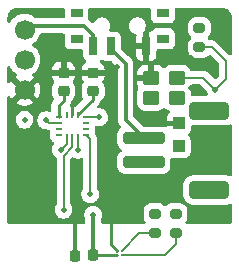
<source format=gtl>
%TF.GenerationSoftware,KiCad,Pcbnew,9.0.3*%
%TF.CreationDate,2025-08-03T21:29:45+01:00*%
%TF.ProjectId,smol-slime-xiao,736d6f6c-2d73-46c6-996d-652d7869616f,1.0*%
%TF.SameCoordinates,Original*%
%TF.FileFunction,Copper,L1,Top*%
%TF.FilePolarity,Positive*%
%FSLAX46Y46*%
G04 Gerber Fmt 4.6, Leading zero omitted, Abs format (unit mm)*
G04 Created by KiCad (PCBNEW 9.0.3) date 2025-08-03 21:29:45*
%MOMM*%
%LPD*%
G01*
G04 APERTURE LIST*
G04 Aperture macros list*
%AMRoundRect*
0 Rectangle with rounded corners*
0 $1 Rounding radius*
0 $2 $3 $4 $5 $6 $7 $8 $9 X,Y pos of 4 corners*
0 Add a 4 corners polygon primitive as box body*
4,1,4,$2,$3,$4,$5,$6,$7,$8,$9,$2,$3,0*
0 Add four circle primitives for the rounded corners*
1,1,$1+$1,$2,$3*
1,1,$1+$1,$4,$5*
1,1,$1+$1,$6,$7*
1,1,$1+$1,$8,$9*
0 Add four rect primitives between the rounded corners*
20,1,$1+$1,$2,$3,$4,$5,0*
20,1,$1+$1,$4,$5,$6,$7,0*
20,1,$1+$1,$6,$7,$8,$9,0*
20,1,$1+$1,$8,$9,$2,$3,0*%
G04 Aperture macros list end*
%TA.AperFunction,SMDPad,CuDef*%
%ADD10RoundRect,0.250000X0.450000X0.350000X-0.450000X0.350000X-0.450000X-0.350000X0.450000X-0.350000X0*%
%TD*%
%TA.AperFunction,SMDPad,CuDef*%
%ADD11RoundRect,0.200000X-0.275000X0.200000X-0.275000X-0.200000X0.275000X-0.200000X0.275000X0.200000X0*%
%TD*%
%TA.AperFunction,SMDPad,CuDef*%
%ADD12RoundRect,0.375000X1.325000X-0.375000X1.325000X0.375000X-1.325000X0.375000X-1.325000X-0.375000X0*%
%TD*%
%TA.AperFunction,SMDPad,CuDef*%
%ADD13RoundRect,0.208333X1.541667X-0.291667X1.541667X0.291667X-1.541667X0.291667X-1.541667X-0.291667X0*%
%TD*%
%TA.AperFunction,SMDPad,CuDef*%
%ADD14C,0.240000*%
%TD*%
%TA.AperFunction,SMDPad,CuDef*%
%ADD15R,1.000000X1.000000*%
%TD*%
%TA.AperFunction,SMDPad,CuDef*%
%ADD16RoundRect,0.225000X-0.225000X-0.250000X0.225000X-0.250000X0.225000X0.250000X-0.225000X0.250000X0*%
%TD*%
%TA.AperFunction,SMDPad,CuDef*%
%ADD17R,0.700000X1.500000*%
%TD*%
%TA.AperFunction,SMDPad,CuDef*%
%ADD18R,1.000000X0.800000*%
%TD*%
%TA.AperFunction,SMDPad,CuDef*%
%ADD19RoundRect,0.225000X-0.250000X0.225000X-0.250000X-0.225000X0.250000X-0.225000X0.250000X0.225000X0*%
%TD*%
%TA.AperFunction,SMDPad,CuDef*%
%ADD20C,1.700000*%
%TD*%
%TA.AperFunction,SMDPad,CuDef*%
%ADD21R,0.475000X0.250000*%
%TD*%
%TA.AperFunction,SMDPad,CuDef*%
%ADD22R,0.250000X0.475000*%
%TD*%
%TA.AperFunction,ViaPad*%
%ADD23C,0.500000*%
%TD*%
%TA.AperFunction,Conductor*%
%ADD24C,0.250000*%
%TD*%
%TA.AperFunction,Conductor*%
%ADD25C,0.300000*%
%TD*%
%TA.AperFunction,Conductor*%
%ADD26C,0.150000*%
%TD*%
G04 APERTURE END LIST*
D10*
%TO.P,U3,1,ED*%
%TO.N,/CLK_CTL*%
X154850000Y-93900000D03*
%TO.P,U3,2,GND*%
%TO.N,GND*%
X152650000Y-93900000D03*
%TO.P,U3,3,Output*%
%TO.N,/IMU_CLKIN*%
X152650000Y-95600000D03*
%TO.P,U3,4,VDD*%
%TO.N,VDD*%
X154850000Y-95600000D03*
%TD*%
D11*
%TO.P,R3,1*%
%TO.N,VDD*%
X156750000Y-89675000D03*
%TO.P,R3,2*%
%TO.N,/CLK_CTL*%
X156750000Y-91325000D03*
%TD*%
D12*
%TO.P,J1,*%
%TO.N,*%
X157600000Y-103400000D03*
X157600000Y-96700000D03*
D13*
%TO.P,J1,1,Pin_1*%
%TO.N,/VBAT*%
X152050000Y-101050000D03*
%TO.P,J1,2,Pin_2*%
%TO.N,Net-(J1-Pin_2)*%
X152050000Y-99050000D03*
%TD*%
D11*
%TO.P,R2,1*%
%TO.N,VDD*%
X153000000Y-105425000D03*
%TO.P,R2,2*%
%TO.N,/I2C_SCL*%
X153000000Y-107075000D03*
%TD*%
D14*
%TO.P,U2,A1,VSS*%
%TO.N,GND*%
X149800000Y-108550000D03*
%TO.P,U2,A2,SCL*%
%TO.N,/I2C_SCL*%
X150200000Y-108550000D03*
%TO.P,U2,B1,VDD*%
%TO.N,VDD*%
X149800000Y-108950000D03*
%TO.P,U2,B2,SDA*%
%TO.N,/I2C_SDA*%
X150200000Y-108950000D03*
%TD*%
D15*
%TO.P,J4,1,Pin_1*%
%TO.N,GND*%
X155000000Y-97781500D03*
%TD*%
%TO.P,J3,1,Pin_1*%
%TO.N,/VBAT*%
X155000000Y-99686500D03*
%TD*%
D16*
%TO.P,C3,1*%
%TO.N,GND*%
X146200000Y-109000000D03*
%TO.P,C3,2*%
%TO.N,VDD*%
X147750000Y-108950000D03*
%TD*%
D11*
%TO.P,R1,1*%
%TO.N,VDD*%
X154750000Y-105425000D03*
%TO.P,R1,2*%
%TO.N,/I2C_SDA*%
X154750000Y-107075000D03*
%TD*%
D17*
%TO.P,SW1,1,A*%
%TO.N,GND*%
X152250000Y-91250000D03*
%TO.P,SW1,2,B*%
%TO.N,Net-(J1-Pin_2)*%
X149250000Y-91250000D03*
%TO.P,SW1,3,C*%
%TO.N,Net-(J2-Pin_1)*%
X147750000Y-91250000D03*
D18*
%TO.P,SW1,SH1*%
%TO.N,N/C*%
X153650000Y-90600000D03*
%TO.P,SW1,SH2*%
X146350000Y-90600000D03*
%TO.P,SW1,SH3*%
X153650000Y-88400000D03*
%TO.P,SW1,SH4*%
X146350000Y-88400000D03*
%TD*%
D19*
%TO.P,C1,1*%
%TO.N,GND*%
X147750000Y-93475000D03*
%TO.P,C1,2*%
%TO.N,VDD*%
X147750000Y-95025000D03*
%TD*%
D20*
%TO.P,J2,1,Pin_1*%
%TO.N,Net-(J2-Pin_1)*%
X141945000Y-89840000D03*
%TO.P,J2,2,Pin_2*%
%TO.N,+5V*%
X141945000Y-92380000D03*
%TO.P,J2,3,Pin_3*%
%TO.N,GND*%
X141945000Y-94920000D03*
%TD*%
D19*
%TO.P,C2,1*%
%TO.N,GND*%
X145250000Y-93475000D03*
%TO.P,C2,2*%
%TO.N,VDD*%
X145250000Y-95025000D03*
%TD*%
D21*
%TO.P,U1,1,AP_SDO/AP_AD0*%
%TO.N,/SPI_MISO*%
X147162500Y-98750000D03*
%TO.P,U1,2,RESV/AUX1_SDIO/AUX1_SDI/MAS_DA*%
%TO.N,unconnected-(U1-RESV{slash}AUX1_SDIO{slash}AUX1_SDI{slash}MAS_DA-Pad2)*%
X147162500Y-98250000D03*
%TO.P,U1,3,RESV/AUX1_SCLK/MAS_CLK*%
%TO.N,unconnected-(U1-RESV{slash}AUX1_SCLK{slash}MAS_CLK-Pad3)*%
X147162500Y-97750000D03*
%TO.P,U1,4,INT1/INT*%
%TO.N,/IMU_INT*%
X147162500Y-97250000D03*
D22*
%TO.P,U1,5,VDDIO*%
%TO.N,VDD*%
X146500000Y-97087500D03*
%TO.P,U1,6,GND*%
%TO.N,GND*%
X146000000Y-97087500D03*
%TO.P,U1,7,RESV*%
%TO.N,unconnected-(U1-RESV-Pad7)*%
X145500000Y-97087500D03*
D21*
%TO.P,U1,8,VDD*%
%TO.N,VDD*%
X144837500Y-97250000D03*
%TO.P,U1,9,INT2/FSYNC/CLKIN*%
%TO.N,/IMU_CLKIN*%
X144837500Y-97750000D03*
%TO.P,U1,10,RESV/AUX1_CS*%
%TO.N,unconnected-(U1-RESV{slash}AUX1_CS-Pad10)*%
X144837500Y-98250000D03*
%TO.P,U1,11,RESV/AUX1_SDO*%
%TO.N,unconnected-(U1-RESV{slash}AUX1_SDO-Pad11)*%
X144837500Y-98750000D03*
D22*
%TO.P,U1,12,AP_CS*%
%TO.N,/SPI_CS_IMU*%
X145500000Y-98912500D03*
%TO.P,U1,13,AP_SCL/AP_SCLK*%
%TO.N,/SPI_SCK*%
X146000000Y-98912500D03*
%TO.P,U1,14,AP_SDA/AP_SDIO/AP_SDI*%
%TO.N,/SPI_MOSI*%
X146500000Y-98912500D03*
%TD*%
D23*
%TO.N,GND*%
X149750000Y-93000000D03*
X149500000Y-97250000D03*
X143500000Y-90500000D03*
X156000000Y-102000000D03*
X147750000Y-88500000D03*
X149000000Y-98750000D03*
X146500000Y-93500000D03*
X155000000Y-97781500D03*
X156000000Y-92250000D03*
X146500000Y-92000000D03*
X146200000Y-105500000D03*
X145250000Y-93475000D03*
X141000000Y-88500000D03*
X151000000Y-105500000D03*
X155000000Y-88500000D03*
X153750000Y-92250000D03*
X156000000Y-105500000D03*
X144250000Y-105750000D03*
X154750000Y-101000000D03*
X153000000Y-103750000D03*
X149000000Y-101500000D03*
X145000000Y-92000000D03*
X143250000Y-88500000D03*
X145000000Y-90500000D03*
X141945000Y-94920000D03*
X159000000Y-88500000D03*
X143750000Y-103750000D03*
X146500000Y-101500000D03*
X156750000Y-88500000D03*
X150000000Y-88500000D03*
X144000000Y-100000000D03*
X152250000Y-88500000D03*
X152650000Y-93900000D03*
X156000000Y-94750000D03*
X151750000Y-97500000D03*
X145000000Y-88500000D03*
X149250000Y-105500000D03*
%TO.N,/I2C_SDA*%
X154750000Y-107075000D03*
%TO.N,/I2C_SCL*%
X153000000Y-107075000D03*
%TO.N,/CLK_CTL*%
X158110000Y-94920000D03*
%TO.N,VDD*%
X145250000Y-95025000D03*
X147750000Y-95025000D03*
X156750000Y-89675000D03*
X153000000Y-105425000D03*
X154850000Y-95600000D03*
X141945000Y-97460000D03*
X154750000Y-105425000D03*
X147750000Y-105500000D03*
%TO.N,/IMU_CLKIN*%
X152650000Y-95600000D03*
X143770000Y-97500000D03*
%TO.N,/SPI_MISO*%
X147500000Y-103750000D03*
%TO.N,/IMU_INT*%
X148250000Y-97250000D03*
%TO.N,/SPI_CS_IMU*%
X145000000Y-100000000D03*
%TO.N,/SPI_SCK*%
X145250000Y-105080000D03*
%TO.N,/SPI_MOSI*%
X146500000Y-100000000D03*
%TO.N,+5V*%
X141945000Y-92380000D03*
%TO.N,/VBAT*%
X155000000Y-99686500D03*
X152050000Y-101050000D03*
%TD*%
D24*
%TO.N,GND*%
X146000000Y-97087500D02*
X146000000Y-96250000D01*
X149800000Y-108550000D02*
X149250000Y-108000000D01*
D25*
X146200000Y-109000000D02*
X146200000Y-105500000D01*
D24*
X146500000Y-95750000D02*
X146500000Y-93500000D01*
D26*
X146000000Y-97087500D02*
X146006000Y-97081500D01*
D24*
X146000000Y-96250000D02*
X146500000Y-95750000D01*
X149250000Y-108000000D02*
X149250000Y-105500000D01*
D25*
X146200000Y-105550000D02*
X146250000Y-105500000D01*
D26*
%TO.N,/I2C_SDA*%
X154750000Y-108000000D02*
X154750000Y-107075000D01*
X150200000Y-108950000D02*
X153800000Y-108950000D01*
X153800000Y-108950000D02*
X154750000Y-108000000D01*
%TO.N,/I2C_SCL*%
X153000000Y-107075000D02*
X151675000Y-107075000D01*
X151675000Y-107075000D02*
X150200000Y-108550000D01*
%TO.N,/CLK_CTL*%
X157825000Y-91325000D02*
X159000000Y-92500000D01*
X154850000Y-93900000D02*
X157090000Y-93900000D01*
X156750000Y-91325000D02*
X157825000Y-91325000D01*
X159000000Y-94030000D02*
X158110000Y-94920000D01*
X157090000Y-93900000D02*
X158110000Y-94920000D01*
X159000000Y-92500000D02*
X159000000Y-94030000D01*
D25*
%TO.N,VDD*%
X147750000Y-105500000D02*
X147750000Y-108950000D01*
D24*
X145250000Y-95025000D02*
X145250000Y-95837500D01*
X147750000Y-95750000D02*
X146500000Y-97000000D01*
D26*
X146500000Y-97087500D02*
X146512000Y-97075500D01*
D24*
X146500000Y-97000000D02*
X146500000Y-97087500D01*
X144837500Y-96250000D02*
X144837500Y-97250000D01*
X145250000Y-95837500D02*
X144837500Y-96250000D01*
X147750000Y-95025000D02*
X147750000Y-95750000D01*
X149800000Y-108950000D02*
X147750000Y-108950000D01*
D26*
%TO.N,/IMU_CLKIN*%
X144020000Y-97750000D02*
X144837500Y-97750000D01*
X143770000Y-97500000D02*
X144020000Y-97750000D01*
%TO.N,/SPI_MISO*%
X147500000Y-99087500D02*
X147162500Y-98750000D01*
X147500000Y-103750000D02*
X147500000Y-99087500D01*
%TO.N,/IMU_INT*%
X147162500Y-97250000D02*
X148250000Y-97250000D01*
%TO.N,/SPI_CS_IMU*%
X145500000Y-99500000D02*
X145000000Y-100000000D01*
X145500000Y-98912500D02*
X145500000Y-99500000D01*
%TO.N,/SPI_SCK*%
X146000000Y-99750000D02*
X145250000Y-100500000D01*
X146000000Y-98912500D02*
X145994000Y-98918500D01*
X145250000Y-100500000D02*
X145250000Y-105080000D01*
X146000000Y-98912500D02*
X146000000Y-99750000D01*
%TO.N,/SPI_MOSI*%
X146500000Y-98912500D02*
X146500000Y-100000000D01*
D25*
%TO.N,Net-(J1-Pin_2)*%
X150500000Y-92750000D02*
X150500000Y-97500000D01*
X150500000Y-97500000D02*
X152050000Y-99050000D01*
X149250000Y-91500000D02*
X150500000Y-92750000D01*
%TO.N,Net-(J2-Pin_1)*%
X147750000Y-90250000D02*
X147000000Y-89500000D01*
X147750000Y-91500000D02*
X147750000Y-90250000D01*
X142285000Y-89500000D02*
X141945000Y-89840000D01*
X147000000Y-89500000D02*
X142285000Y-89500000D01*
%TD*%
%TA.AperFunction,Conductor*%
%TO.N,GND*%
G36*
X145292539Y-90170185D02*
G01*
X145338294Y-90222989D01*
X145349500Y-90274500D01*
X145349500Y-91047870D01*
X145349501Y-91047876D01*
X145355908Y-91107483D01*
X145406202Y-91242328D01*
X145406206Y-91242335D01*
X145492452Y-91357544D01*
X145492455Y-91357547D01*
X145607664Y-91443793D01*
X145607671Y-91443797D01*
X145742517Y-91494091D01*
X145742516Y-91494091D01*
X145749444Y-91494835D01*
X145802127Y-91500500D01*
X146775500Y-91500499D01*
X146842539Y-91520183D01*
X146888294Y-91572987D01*
X146899500Y-91624499D01*
X146899500Y-92047870D01*
X146899501Y-92047876D01*
X146905908Y-92107483D01*
X146956202Y-92242328D01*
X146956206Y-92242335D01*
X147042451Y-92357543D01*
X147042454Y-92357546D01*
X147133070Y-92425382D01*
X147174941Y-92481316D01*
X147179925Y-92551007D01*
X147146439Y-92612330D01*
X147123856Y-92630186D01*
X147047271Y-92677424D01*
X147047267Y-92677427D01*
X146927427Y-92797267D01*
X146927424Y-92797271D01*
X146838457Y-92941507D01*
X146838452Y-92941518D01*
X146785144Y-93102393D01*
X146775000Y-93201677D01*
X146775000Y-93225000D01*
X148724999Y-93225000D01*
X148724999Y-93201692D01*
X148724998Y-93201677D01*
X148714855Y-93102392D01*
X148661547Y-92941518D01*
X148661542Y-92941507D01*
X148572575Y-92797271D01*
X148572572Y-92797267D01*
X148452732Y-92677427D01*
X148452728Y-92677424D01*
X148376144Y-92630186D01*
X148354893Y-92606559D01*
X148332409Y-92584076D01*
X148331687Y-92580760D01*
X148329419Y-92578238D01*
X148324314Y-92546865D01*
X148317557Y-92515803D01*
X148318742Y-92512623D01*
X148318198Y-92509276D01*
X148330861Y-92480129D01*
X148341973Y-92450338D01*
X148345214Y-92447096D01*
X148346041Y-92445194D01*
X148366930Y-92425381D01*
X148425689Y-92381394D01*
X148491153Y-92356977D01*
X148559426Y-92371828D01*
X148574311Y-92381394D01*
X148657669Y-92443796D01*
X148657671Y-92443797D01*
X148675209Y-92450338D01*
X148792517Y-92494091D01*
X148852127Y-92500500D01*
X149279191Y-92500499D01*
X149346230Y-92520183D01*
X149366872Y-92536818D01*
X149813181Y-92983127D01*
X149846666Y-93044450D01*
X149849500Y-93070808D01*
X149849500Y-97564069D01*
X149849500Y-97564071D01*
X149849499Y-97564071D01*
X149867687Y-97655500D01*
X149869179Y-97663000D01*
X149874499Y-97689744D01*
X149923535Y-97808127D01*
X149986018Y-97901641D01*
X149994726Y-97914673D01*
X150085897Y-98005844D01*
X150119382Y-98067167D01*
X150114398Y-98136859D01*
X150073628Y-98191319D01*
X150073872Y-98191631D01*
X150072718Y-98192534D01*
X150072526Y-98192792D01*
X150071546Y-98193452D01*
X150067967Y-98196256D01*
X149946253Y-98317970D01*
X149946250Y-98317974D01*
X149857201Y-98465280D01*
X149857199Y-98465284D01*
X149805990Y-98629622D01*
X149799500Y-98701045D01*
X149799500Y-99398964D01*
X149805988Y-99470369D01*
X149805990Y-99470376D01*
X149857199Y-99634715D01*
X149857201Y-99634719D01*
X149946250Y-99782025D01*
X149946253Y-99782029D01*
X150067970Y-99903746D01*
X150134364Y-99943883D01*
X150181552Y-99995411D01*
X150193390Y-100064271D01*
X150166121Y-100128599D01*
X150134364Y-100156117D01*
X150067971Y-100196253D01*
X150067970Y-100196253D01*
X149946253Y-100317970D01*
X149946250Y-100317974D01*
X149857201Y-100465280D01*
X149857199Y-100465284D01*
X149805990Y-100629622D01*
X149799500Y-100701045D01*
X149799500Y-101398964D01*
X149805988Y-101470369D01*
X149805990Y-101470376D01*
X149857199Y-101634715D01*
X149857201Y-101634719D01*
X149946250Y-101782025D01*
X149946253Y-101782029D01*
X150067970Y-101903746D01*
X150067974Y-101903749D01*
X150215280Y-101992798D01*
X150215284Y-101992800D01*
X150273414Y-102010913D01*
X150379624Y-102044010D01*
X150451043Y-102050500D01*
X153648956Y-102050499D01*
X153648963Y-102050499D01*
X153720369Y-102044011D01*
X153720370Y-102044010D01*
X153720376Y-102044010D01*
X153884718Y-101992799D01*
X154032028Y-101903747D01*
X154153747Y-101782028D01*
X154242799Y-101634718D01*
X154294010Y-101470376D01*
X154300500Y-101398957D01*
X154300499Y-100808742D01*
X154320183Y-100741704D01*
X154372987Y-100695949D01*
X154437755Y-100685454D01*
X154452127Y-100687000D01*
X155547872Y-100686999D01*
X155607483Y-100680591D01*
X155742331Y-100630296D01*
X155857546Y-100544046D01*
X155943796Y-100428831D01*
X155994091Y-100293983D01*
X156000500Y-100234373D01*
X156000499Y-99138628D01*
X155994091Y-99079017D01*
X155968996Y-99011735D01*
X155943797Y-98944171D01*
X155943793Y-98944164D01*
X155857547Y-98828955D01*
X155851275Y-98822683D01*
X155853517Y-98820440D01*
X155821011Y-98777000D01*
X155816038Y-98707308D01*
X155849534Y-98645991D01*
X155852166Y-98643711D01*
X155857190Y-98638687D01*
X155943350Y-98523593D01*
X155943354Y-98523586D01*
X155993596Y-98388879D01*
X155993598Y-98388872D01*
X155999999Y-98329344D01*
X156000000Y-98329327D01*
X156000000Y-98067390D01*
X156019685Y-98000351D01*
X156072489Y-97954596D01*
X156141647Y-97944652D01*
X156153907Y-97947052D01*
X156156111Y-97947600D01*
X156198877Y-97950500D01*
X159001122Y-97950499D01*
X159043889Y-97947600D01*
X159228693Y-97901641D01*
X159320405Y-97856155D01*
X159389210Y-97844004D01*
X159453662Y-97870981D01*
X159493298Y-97928520D01*
X159499500Y-97967244D01*
X159499500Y-102132755D01*
X159479815Y-102199794D01*
X159427011Y-102245549D01*
X159357853Y-102255493D01*
X159320406Y-102243844D01*
X159228693Y-102198359D01*
X159043892Y-102152400D01*
X159022506Y-102150950D01*
X159001123Y-102149500D01*
X159001120Y-102149500D01*
X156198877Y-102149500D01*
X156198874Y-102149501D01*
X156156113Y-102152399D01*
X156156112Y-102152399D01*
X155971303Y-102198360D01*
X155800707Y-102282967D01*
X155800704Y-102282969D01*
X155652278Y-102402277D01*
X155652277Y-102402278D01*
X155532969Y-102550704D01*
X155532967Y-102550707D01*
X155448360Y-102721302D01*
X155402400Y-102906107D01*
X155399500Y-102948879D01*
X155399500Y-103851122D01*
X155399501Y-103851125D01*
X155402399Y-103893886D01*
X155402399Y-103893887D01*
X155448360Y-104078696D01*
X155532967Y-104249292D01*
X155532969Y-104249295D01*
X155652277Y-104397721D01*
X155652278Y-104397722D01*
X155800704Y-104517030D01*
X155800707Y-104517032D01*
X155971302Y-104601639D01*
X155971303Y-104601639D01*
X155971307Y-104601641D01*
X156156111Y-104647600D01*
X156198877Y-104650500D01*
X159001122Y-104650499D01*
X159043889Y-104647600D01*
X159228693Y-104601641D01*
X159320405Y-104556155D01*
X159389210Y-104544004D01*
X159453662Y-104570981D01*
X159493298Y-104628520D01*
X159499500Y-104667244D01*
X159499500Y-106126000D01*
X159479815Y-106193039D01*
X159427011Y-106238794D01*
X159375500Y-106250000D01*
X155685582Y-106250000D01*
X155618543Y-106230315D01*
X155572788Y-106177511D01*
X155562844Y-106108353D01*
X155579465Y-106061850D01*
X155580472Y-106060185D01*
X155668478Y-105914606D01*
X155719086Y-105752196D01*
X155725500Y-105681616D01*
X155725500Y-105168384D01*
X155719086Y-105097804D01*
X155668478Y-104935394D01*
X155580472Y-104789815D01*
X155580470Y-104789813D01*
X155580469Y-104789811D01*
X155460188Y-104669530D01*
X155428705Y-104650498D01*
X155314606Y-104581522D01*
X155152196Y-104530914D01*
X155152194Y-104530913D01*
X155152192Y-104530913D01*
X155102778Y-104526423D01*
X155081616Y-104524500D01*
X154418384Y-104524500D01*
X154399145Y-104526248D01*
X154347807Y-104530913D01*
X154185393Y-104581522D01*
X154039811Y-104669530D01*
X154039810Y-104669531D01*
X153962681Y-104746661D01*
X153901358Y-104780146D01*
X153831666Y-104775162D01*
X153787319Y-104746661D01*
X153710188Y-104669530D01*
X153678705Y-104650498D01*
X153564606Y-104581522D01*
X153402196Y-104530914D01*
X153402194Y-104530913D01*
X153402192Y-104530913D01*
X153352778Y-104526423D01*
X153331616Y-104524500D01*
X152668384Y-104524500D01*
X152649145Y-104526248D01*
X152597807Y-104530913D01*
X152435393Y-104581522D01*
X152289811Y-104669530D01*
X152169530Y-104789811D01*
X152081522Y-104935393D01*
X152030913Y-105097807D01*
X152024500Y-105168386D01*
X152024500Y-105681613D01*
X152030913Y-105752192D01*
X152081522Y-105914606D01*
X152170535Y-106061850D01*
X152188371Y-106129405D01*
X152166853Y-106195878D01*
X152112813Y-106240166D01*
X152064418Y-106250000D01*
X148524500Y-106250000D01*
X148515814Y-106247449D01*
X148506853Y-106248738D01*
X148482812Y-106237759D01*
X148457461Y-106230315D01*
X148451533Y-106223474D01*
X148443297Y-106219713D01*
X148429007Y-106197478D01*
X148411706Y-106177511D01*
X148409418Y-106166996D01*
X148405523Y-106160935D01*
X148400500Y-106126000D01*
X148400500Y-105913840D01*
X148413616Y-105861481D01*
X148412753Y-105861124D01*
X148460816Y-105745087D01*
X148471658Y-105718913D01*
X148500500Y-105573918D01*
X148500500Y-105426082D01*
X148500500Y-105426079D01*
X148471659Y-105281092D01*
X148471658Y-105281091D01*
X148471658Y-105281087D01*
X148418983Y-105153918D01*
X148415087Y-105144511D01*
X148415080Y-105144498D01*
X148332951Y-105021584D01*
X148332948Y-105021580D01*
X148228419Y-104917051D01*
X148228415Y-104917048D01*
X148105501Y-104834919D01*
X148105488Y-104834912D01*
X147968917Y-104778343D01*
X147968907Y-104778340D01*
X147823920Y-104749500D01*
X147823918Y-104749500D01*
X147676082Y-104749500D01*
X147676080Y-104749500D01*
X147531092Y-104778340D01*
X147531082Y-104778343D01*
X147394511Y-104834912D01*
X147394498Y-104834919D01*
X147271584Y-104917048D01*
X147271580Y-104917051D01*
X147167051Y-105021580D01*
X147167048Y-105021584D01*
X147084919Y-105144498D01*
X147084912Y-105144511D01*
X147028343Y-105281082D01*
X147028340Y-105281092D01*
X146999500Y-105426079D01*
X146999500Y-105426082D01*
X146999500Y-105573918D01*
X146999500Y-105573920D01*
X146999499Y-105573920D01*
X147028340Y-105718907D01*
X147028343Y-105718917D01*
X147087247Y-105861124D01*
X147086383Y-105861481D01*
X147088366Y-105869396D01*
X147094477Y-105878905D01*
X147099500Y-105913840D01*
X147099500Y-106126000D01*
X147079815Y-106193039D01*
X147027011Y-106238794D01*
X146975500Y-106250000D01*
X140624500Y-106250000D01*
X140557461Y-106230315D01*
X140511706Y-106177511D01*
X140500500Y-106126000D01*
X140500500Y-97533920D01*
X141194499Y-97533920D01*
X141223340Y-97678907D01*
X141223343Y-97678917D01*
X141279912Y-97815488D01*
X141279919Y-97815501D01*
X141362048Y-97938415D01*
X141362051Y-97938419D01*
X141466580Y-98042948D01*
X141466584Y-98042951D01*
X141589498Y-98125080D01*
X141589511Y-98125087D01*
X141726082Y-98181656D01*
X141726087Y-98181658D01*
X141726091Y-98181658D01*
X141726092Y-98181659D01*
X141871079Y-98210500D01*
X141871082Y-98210500D01*
X142018920Y-98210500D01*
X142116462Y-98191096D01*
X142163913Y-98181658D01*
X142300495Y-98125084D01*
X142423416Y-98042951D01*
X142527951Y-97938416D01*
X142610084Y-97815495D01*
X142666658Y-97678913D01*
X142681262Y-97605495D01*
X142687543Y-97573920D01*
X143019499Y-97573920D01*
X143048340Y-97718907D01*
X143048343Y-97718917D01*
X143104912Y-97855488D01*
X143104919Y-97855501D01*
X143187048Y-97978415D01*
X143187051Y-97978419D01*
X143291580Y-98082948D01*
X143291584Y-98082951D01*
X143414498Y-98165080D01*
X143414511Y-98165087D01*
X143524149Y-98210500D01*
X143551087Y-98221658D01*
X143551091Y-98221658D01*
X143551092Y-98221659D01*
X143696079Y-98250500D01*
X143696082Y-98250500D01*
X143702665Y-98250500D01*
X143764666Y-98267114D01*
X143797859Y-98286278D01*
X143797860Y-98286278D01*
X143797865Y-98286281D01*
X143944233Y-98325500D01*
X143944234Y-98325500D01*
X143977649Y-98325500D01*
X143979852Y-98326147D01*
X143982079Y-98325579D01*
X144013219Y-98335944D01*
X144044688Y-98345185D01*
X144046191Y-98346920D01*
X144048372Y-98347646D01*
X144068969Y-98373207D01*
X144090443Y-98397989D01*
X144091219Y-98400819D01*
X144092212Y-98402051D01*
X144100939Y-98436249D01*
X144106367Y-98486752D01*
X144106367Y-98513257D01*
X144105909Y-98517516D01*
X144105909Y-98517517D01*
X144099500Y-98577127D01*
X144099500Y-98577132D01*
X144099500Y-98577133D01*
X144099500Y-98922869D01*
X144099501Y-98922876D01*
X144105908Y-98982483D01*
X144156202Y-99117328D01*
X144156206Y-99117335D01*
X144242452Y-99232544D01*
X144242455Y-99232547D01*
X144357664Y-99318793D01*
X144357671Y-99318797D01*
X144367910Y-99322616D01*
X144423844Y-99364487D01*
X144448261Y-99429951D01*
X144433410Y-99498224D01*
X144420433Y-99517459D01*
X144417051Y-99521579D01*
X144334919Y-99644498D01*
X144334912Y-99644511D01*
X144278343Y-99781082D01*
X144278340Y-99781092D01*
X144249500Y-99926079D01*
X144249500Y-99926082D01*
X144249500Y-100073918D01*
X144249500Y-100073920D01*
X144249499Y-100073920D01*
X144278340Y-100218907D01*
X144278343Y-100218917D01*
X144334912Y-100355488D01*
X144334919Y-100355501D01*
X144417048Y-100478415D01*
X144417051Y-100478419D01*
X144521581Y-100582949D01*
X144521584Y-100582951D01*
X144619391Y-100648303D01*
X144664196Y-100701914D01*
X144674500Y-100751405D01*
X144674500Y-104552817D01*
X144654815Y-104619856D01*
X144653602Y-104621708D01*
X144584919Y-104724498D01*
X144584912Y-104724511D01*
X144528343Y-104861082D01*
X144528340Y-104861092D01*
X144499500Y-105006079D01*
X144499500Y-105006082D01*
X144499500Y-105153918D01*
X144499500Y-105153920D01*
X144499499Y-105153920D01*
X144528340Y-105298907D01*
X144528343Y-105298917D01*
X144584912Y-105435488D01*
X144584919Y-105435501D01*
X144667048Y-105558415D01*
X144667051Y-105558419D01*
X144771580Y-105662948D01*
X144771584Y-105662951D01*
X144894498Y-105745080D01*
X144894511Y-105745087D01*
X145031082Y-105801656D01*
X145031087Y-105801658D01*
X145031091Y-105801658D01*
X145031092Y-105801659D01*
X145176079Y-105830500D01*
X145176082Y-105830500D01*
X145323920Y-105830500D01*
X145421462Y-105811096D01*
X145468913Y-105801658D01*
X145605495Y-105745084D01*
X145728416Y-105662951D01*
X145832951Y-105558416D01*
X145915084Y-105435495D01*
X145971658Y-105298913D01*
X145997622Y-105168386D01*
X146000500Y-105153920D01*
X146000500Y-105006079D01*
X145971659Y-104861092D01*
X145971658Y-104861091D01*
X145971658Y-104861087D01*
X145960816Y-104834912D01*
X145915087Y-104724511D01*
X145915080Y-104724498D01*
X145846398Y-104621708D01*
X145825520Y-104555030D01*
X145825500Y-104552817D01*
X145825500Y-100789741D01*
X145834143Y-100760304D01*
X145840667Y-100730315D01*
X145844422Y-100725297D01*
X145845185Y-100722702D01*
X145861813Y-100702065D01*
X145925257Y-100638621D01*
X145986576Y-100605139D01*
X146056268Y-100610123D01*
X146081820Y-100623199D01*
X146144505Y-100665084D01*
X146144507Y-100665085D01*
X146144511Y-100665087D01*
X146233773Y-100702060D01*
X146281087Y-100721658D01*
X146281091Y-100721658D01*
X146281092Y-100721659D01*
X146426079Y-100750500D01*
X146426082Y-100750500D01*
X146573920Y-100750500D01*
X146675392Y-100730315D01*
X146718913Y-100721658D01*
X146753047Y-100707518D01*
X146822516Y-100700050D01*
X146884996Y-100731325D01*
X146920648Y-100791414D01*
X146924500Y-100822080D01*
X146924500Y-103222817D01*
X146904815Y-103289856D01*
X146903602Y-103291708D01*
X146834919Y-103394498D01*
X146834912Y-103394511D01*
X146778343Y-103531082D01*
X146778340Y-103531092D01*
X146749500Y-103676079D01*
X146749500Y-103676082D01*
X146749500Y-103823918D01*
X146749500Y-103823920D01*
X146749499Y-103823920D01*
X146778340Y-103968907D01*
X146778343Y-103968917D01*
X146834912Y-104105488D01*
X146834919Y-104105501D01*
X146917048Y-104228415D01*
X146917051Y-104228419D01*
X147021580Y-104332948D01*
X147021584Y-104332951D01*
X147144498Y-104415080D01*
X147144511Y-104415087D01*
X147281082Y-104471656D01*
X147281087Y-104471658D01*
X147281091Y-104471658D01*
X147281092Y-104471659D01*
X147426079Y-104500500D01*
X147426082Y-104500500D01*
X147573920Y-104500500D01*
X147671462Y-104481096D01*
X147718913Y-104471658D01*
X147855495Y-104415084D01*
X147978416Y-104332951D01*
X148082951Y-104228416D01*
X148165084Y-104105495D01*
X148221658Y-103968913D01*
X148250500Y-103823918D01*
X148250500Y-103676082D01*
X148250500Y-103676079D01*
X148221659Y-103531092D01*
X148221658Y-103531091D01*
X148221658Y-103531087D01*
X148221656Y-103531082D01*
X148165087Y-103394511D01*
X148165080Y-103394498D01*
X148096398Y-103291708D01*
X148075520Y-103225030D01*
X148075500Y-103222817D01*
X148075500Y-99011735D01*
X148075500Y-99011734D01*
X148067662Y-98982483D01*
X148036281Y-98865365D01*
X147960515Y-98734135D01*
X147936818Y-98710438D01*
X147923875Y-98686735D01*
X147907900Y-98664955D01*
X147905968Y-98653941D01*
X147903333Y-98649115D01*
X147900735Y-98630396D01*
X147900499Y-98626572D01*
X147900499Y-98577128D01*
X147894091Y-98517517D01*
X147893703Y-98516478D01*
X147893158Y-98507639D01*
X147893632Y-98505557D01*
X147893632Y-98486745D01*
X147894089Y-98482486D01*
X147894091Y-98482483D01*
X147900500Y-98422873D01*
X147900499Y-98096776D01*
X147920183Y-98029738D01*
X147972987Y-97983983D01*
X148042146Y-97974039D01*
X148048691Y-97975160D01*
X148176079Y-98000500D01*
X148176082Y-98000500D01*
X148323920Y-98000500D01*
X148434944Y-97978415D01*
X148468913Y-97971658D01*
X148586691Y-97922873D01*
X148605488Y-97915087D01*
X148605488Y-97915086D01*
X148605495Y-97915084D01*
X148728416Y-97832951D01*
X148832951Y-97728416D01*
X148915084Y-97605495D01*
X148971658Y-97468913D01*
X149000500Y-97323918D01*
X149000500Y-97176082D01*
X149000500Y-97176079D01*
X148971659Y-97031092D01*
X148971658Y-97031091D01*
X148971658Y-97031087D01*
X148951152Y-96981580D01*
X148915087Y-96894511D01*
X148915080Y-96894498D01*
X148832951Y-96771584D01*
X148832948Y-96771580D01*
X148728419Y-96667051D01*
X148728415Y-96667048D01*
X148605501Y-96584919D01*
X148605488Y-96584912D01*
X148468917Y-96528343D01*
X148468907Y-96528340D01*
X148323920Y-96499500D01*
X148323918Y-96499500D01*
X148184451Y-96499500D01*
X148163205Y-96493261D01*
X148141119Y-96491682D01*
X148130335Y-96483609D01*
X148117412Y-96479815D01*
X148102913Y-96463082D01*
X148085185Y-96449812D01*
X148080477Y-96437189D01*
X148071657Y-96427011D01*
X148068505Y-96405094D01*
X148060767Y-96384347D01*
X148063629Y-96371185D01*
X148061713Y-96357853D01*
X148070911Y-96337711D01*
X148075618Y-96316074D01*
X148088888Y-96298347D01*
X148090738Y-96294297D01*
X148096769Y-96287820D01*
X148115258Y-96269331D01*
X148148729Y-96235860D01*
X148148733Y-96235858D01*
X148235858Y-96148733D01*
X148287256Y-96071809D01*
X148304312Y-96046285D01*
X148351463Y-95932451D01*
X148354281Y-95918280D01*
X148360033Y-95905469D01*
X148373978Y-95889164D01*
X148383920Y-95870155D01*
X148404218Y-95853807D01*
X148405447Y-95852371D01*
X148406332Y-95852104D01*
X148408057Y-95850715D01*
X148453044Y-95822968D01*
X148572968Y-95703044D01*
X148662003Y-95558697D01*
X148715349Y-95397708D01*
X148725500Y-95298345D01*
X148725499Y-94751656D01*
X148725095Y-94747704D01*
X148715349Y-94652292D01*
X148715348Y-94652289D01*
X148687892Y-94569432D01*
X148662003Y-94491303D01*
X148661999Y-94491297D01*
X148661998Y-94491294D01*
X148572970Y-94346959D01*
X148572967Y-94346955D01*
X148563339Y-94337327D01*
X148529854Y-94276004D01*
X148534838Y-94206312D01*
X148563345Y-94161959D01*
X148572573Y-94152731D01*
X148661542Y-94008492D01*
X148661547Y-94008481D01*
X148714855Y-93847606D01*
X148724999Y-93748322D01*
X148725000Y-93748309D01*
X148725000Y-93725000D01*
X146775001Y-93725000D01*
X146775001Y-93748322D01*
X146785144Y-93847607D01*
X146838452Y-94008481D01*
X146838457Y-94008492D01*
X146927424Y-94152728D01*
X146927427Y-94152732D01*
X146936660Y-94161965D01*
X146970145Y-94223288D01*
X146965161Y-94292980D01*
X146936663Y-94337324D01*
X146927033Y-94346953D01*
X146927029Y-94346959D01*
X146838001Y-94491294D01*
X146837996Y-94491305D01*
X146784651Y-94652290D01*
X146774500Y-94751647D01*
X146774500Y-95298337D01*
X146774501Y-95298355D01*
X146784650Y-95397707D01*
X146784651Y-95397710D01*
X146837996Y-95558694D01*
X146838000Y-95558703D01*
X146869964Y-95610525D01*
X146888404Y-95677918D01*
X146867481Y-95744581D01*
X146852106Y-95763302D01*
X146298372Y-96317036D01*
X146272481Y-96336863D01*
X146187265Y-96385840D01*
X146132669Y-96406204D01*
X146069303Y-96453639D01*
X146062790Y-96457383D01*
X146038676Y-96463183D01*
X146008879Y-96474306D01*
X146000238Y-96472428D01*
X145994858Y-96473723D01*
X145976059Y-96467175D01*
X145940602Y-96459472D01*
X145925664Y-96449872D01*
X145924664Y-96449123D01*
X145882807Y-96393178D01*
X145875027Y-96350027D01*
X145868004Y-96343004D01*
X145824790Y-96330315D01*
X145779035Y-96277511D01*
X145769091Y-96208353D01*
X145779974Y-96172479D01*
X145783799Y-96164483D01*
X145794324Y-96148733D01*
X145804312Y-96133786D01*
X145840555Y-96046285D01*
X145851463Y-96019952D01*
X145868867Y-95932452D01*
X145871380Y-95919819D01*
X145903767Y-95857909D01*
X145927897Y-95838478D01*
X145953044Y-95822968D01*
X146072968Y-95703044D01*
X146162003Y-95558697D01*
X146215349Y-95397708D01*
X146225500Y-95298345D01*
X146225499Y-94751656D01*
X146225095Y-94747704D01*
X146215349Y-94652292D01*
X146215348Y-94652289D01*
X146187892Y-94569432D01*
X146162003Y-94491303D01*
X146161999Y-94491297D01*
X146161998Y-94491294D01*
X146072970Y-94346959D01*
X146072967Y-94346955D01*
X146063339Y-94337327D01*
X146029854Y-94276004D01*
X146034838Y-94206312D01*
X146063345Y-94161959D01*
X146072573Y-94152731D01*
X146161542Y-94008492D01*
X146161547Y-94008481D01*
X146214855Y-93847606D01*
X146224999Y-93748322D01*
X146225000Y-93748309D01*
X146225000Y-93725000D01*
X144275001Y-93725000D01*
X144275001Y-93748322D01*
X144285144Y-93847607D01*
X144338452Y-94008481D01*
X144338457Y-94008492D01*
X144427424Y-94152728D01*
X144427427Y-94152732D01*
X144436660Y-94161965D01*
X144470145Y-94223288D01*
X144465161Y-94292980D01*
X144436663Y-94337324D01*
X144427033Y-94346953D01*
X144427029Y-94346959D01*
X144338001Y-94491294D01*
X144337996Y-94491305D01*
X144284651Y-94652290D01*
X144274500Y-94751647D01*
X144274500Y-95298337D01*
X144274501Y-95298355D01*
X144284650Y-95397707D01*
X144284651Y-95397710D01*
X144337996Y-95558694D01*
X144337998Y-95558699D01*
X144403345Y-95664642D01*
X144409487Y-95687091D01*
X144419870Y-95707915D01*
X144418534Y-95720155D01*
X144421785Y-95732035D01*
X144414815Y-95754239D01*
X144412292Y-95777373D01*
X144403372Y-95790698D01*
X144400862Y-95798698D01*
X144394235Y-95807698D01*
X144390115Y-95812793D01*
X144351642Y-95851267D01*
X144319677Y-95899106D01*
X144316546Y-95903790D01*
X144316544Y-95903794D01*
X144283187Y-95953715D01*
X144283185Y-95953718D01*
X144236040Y-96067538D01*
X144236037Y-96067547D01*
X144224716Y-96124461D01*
X144215442Y-96171095D01*
X144213085Y-96182943D01*
X144213083Y-96182951D01*
X144212001Y-96188388D01*
X144212000Y-96188399D01*
X144212000Y-96685168D01*
X144192315Y-96752207D01*
X144139511Y-96797962D01*
X144070353Y-96807906D01*
X144040548Y-96799730D01*
X143988913Y-96778342D01*
X143988908Y-96778341D01*
X143988907Y-96778340D01*
X143843920Y-96749500D01*
X143843918Y-96749500D01*
X143696082Y-96749500D01*
X143696080Y-96749500D01*
X143551092Y-96778340D01*
X143551082Y-96778343D01*
X143414511Y-96834912D01*
X143414498Y-96834919D01*
X143291584Y-96917048D01*
X143291580Y-96917051D01*
X143187051Y-97021580D01*
X143187048Y-97021584D01*
X143104919Y-97144498D01*
X143104912Y-97144511D01*
X143048343Y-97281082D01*
X143048340Y-97281092D01*
X143019500Y-97426079D01*
X143019500Y-97426082D01*
X143019500Y-97573918D01*
X143019500Y-97573920D01*
X143019499Y-97573920D01*
X142687543Y-97573920D01*
X142695500Y-97533920D01*
X142695500Y-97386079D01*
X142666659Y-97241092D01*
X142666658Y-97241091D01*
X142666658Y-97241087D01*
X142647108Y-97193889D01*
X142610087Y-97104511D01*
X142610080Y-97104498D01*
X142527951Y-96981584D01*
X142527948Y-96981580D01*
X142423419Y-96877051D01*
X142423415Y-96877048D01*
X142300501Y-96794919D01*
X142300488Y-96794912D01*
X142163917Y-96738343D01*
X142163907Y-96738340D01*
X142018920Y-96709500D01*
X142018918Y-96709500D01*
X141871082Y-96709500D01*
X141871080Y-96709500D01*
X141726092Y-96738340D01*
X141726082Y-96738343D01*
X141589511Y-96794912D01*
X141589498Y-96794919D01*
X141466584Y-96877048D01*
X141466580Y-96877051D01*
X141362051Y-96981580D01*
X141362048Y-96981584D01*
X141279919Y-97104498D01*
X141279912Y-97104511D01*
X141223343Y-97241082D01*
X141223340Y-97241092D01*
X141194500Y-97386079D01*
X141194500Y-97386082D01*
X141194500Y-97533918D01*
X141194500Y-97533920D01*
X141194499Y-97533920D01*
X140500500Y-97533920D01*
X140500500Y-96035269D01*
X141183282Y-96035269D01*
X141183282Y-96035270D01*
X141237449Y-96074624D01*
X141426782Y-96171095D01*
X141628870Y-96236757D01*
X141838754Y-96270000D01*
X142051246Y-96270000D01*
X142261127Y-96236757D01*
X142261130Y-96236757D01*
X142463217Y-96171095D01*
X142652554Y-96074622D01*
X142706716Y-96035270D01*
X142706717Y-96035270D01*
X141945000Y-95273554D01*
X141183282Y-96035269D01*
X140500500Y-96035269D01*
X140500500Y-95575136D01*
X140520185Y-95508097D01*
X140572989Y-95462342D01*
X140642147Y-95452398D01*
X140705703Y-95481423D01*
X140734985Y-95518841D01*
X140790375Y-95627550D01*
X140829728Y-95681716D01*
X141591446Y-94920000D01*
X141591445Y-94919999D01*
X142298554Y-94919999D01*
X142298554Y-94920001D01*
X143060270Y-95681717D01*
X143060270Y-95681716D01*
X143099622Y-95627554D01*
X143196095Y-95438217D01*
X143261757Y-95236130D01*
X143261757Y-95236127D01*
X143295000Y-95026246D01*
X143295000Y-94813753D01*
X143261757Y-94603872D01*
X143261757Y-94603869D01*
X143196095Y-94401782D01*
X143099624Y-94212449D01*
X143060270Y-94158282D01*
X143060269Y-94158282D01*
X142298554Y-94919999D01*
X141591445Y-94919999D01*
X140829728Y-94158282D01*
X140829727Y-94158282D01*
X140790380Y-94212440D01*
X140790378Y-94212443D01*
X140734984Y-94321159D01*
X140687010Y-94371954D01*
X140619188Y-94388749D01*
X140553054Y-94366211D01*
X140509603Y-94311496D01*
X140500500Y-94264863D01*
X140500500Y-93036237D01*
X140520185Y-92969198D01*
X140572989Y-92923443D01*
X140642147Y-92913499D01*
X140705703Y-92942524D01*
X140734983Y-92979940D01*
X140755113Y-93019446D01*
X140789951Y-93087820D01*
X140914890Y-93259786D01*
X141065213Y-93410109D01*
X141237179Y-93535048D01*
X141237181Y-93535049D01*
X141237184Y-93535051D01*
X141246493Y-93539794D01*
X141297290Y-93587766D01*
X141314087Y-93655587D01*
X141291552Y-93721722D01*
X141246505Y-93760760D01*
X141237446Y-93765376D01*
X141237440Y-93765380D01*
X141183282Y-93804727D01*
X141183282Y-93804728D01*
X141945000Y-94566446D01*
X141945001Y-94566446D01*
X142706716Y-93804728D01*
X142652547Y-93765373D01*
X142652547Y-93765372D01*
X142643500Y-93760763D01*
X142592706Y-93712788D01*
X142575912Y-93644966D01*
X142598451Y-93578832D01*
X142643508Y-93539793D01*
X142652816Y-93535051D01*
X142732007Y-93477515D01*
X142824786Y-93410109D01*
X142824788Y-93410106D01*
X142824792Y-93410104D01*
X142975104Y-93259792D01*
X142975106Y-93259788D01*
X142975109Y-93259786D01*
X143017327Y-93201677D01*
X144275000Y-93201677D01*
X144275000Y-93225000D01*
X145000000Y-93225000D01*
X145500000Y-93225000D01*
X146224999Y-93225000D01*
X146224999Y-93201692D01*
X146224998Y-93201677D01*
X146214855Y-93102392D01*
X146161547Y-92941518D01*
X146161542Y-92941507D01*
X146072575Y-92797271D01*
X146072572Y-92797267D01*
X145952732Y-92677427D01*
X145952728Y-92677424D01*
X145808492Y-92588457D01*
X145808481Y-92588452D01*
X145647606Y-92535144D01*
X145548322Y-92525000D01*
X145500000Y-92525000D01*
X145500000Y-93225000D01*
X145000000Y-93225000D01*
X145000000Y-92525000D01*
X144999999Y-92524999D01*
X144951693Y-92525000D01*
X144951675Y-92525001D01*
X144852392Y-92535144D01*
X144691518Y-92588452D01*
X144691507Y-92588457D01*
X144547271Y-92677424D01*
X144547267Y-92677427D01*
X144427427Y-92797267D01*
X144427424Y-92797271D01*
X144338457Y-92941507D01*
X144338452Y-92941518D01*
X144285144Y-93102393D01*
X144275000Y-93201677D01*
X143017327Y-93201677D01*
X143072569Y-93125643D01*
X143089461Y-93102392D01*
X143100051Y-93087816D01*
X143196557Y-92898412D01*
X143262246Y-92696243D01*
X143295500Y-92486287D01*
X143295500Y-92273713D01*
X143262246Y-92063757D01*
X143196557Y-91861588D01*
X143100051Y-91672184D01*
X143100049Y-91672181D01*
X143100048Y-91672179D01*
X142975109Y-91500213D01*
X142824786Y-91349890D01*
X142652820Y-91224951D01*
X142652115Y-91224591D01*
X142644054Y-91220485D01*
X142593259Y-91172512D01*
X142576463Y-91104692D01*
X142598999Y-91038556D01*
X142644054Y-90999515D01*
X142652816Y-90995051D01*
X142674789Y-90979086D01*
X142824786Y-90870109D01*
X142824788Y-90870106D01*
X142824792Y-90870104D01*
X142975104Y-90719792D01*
X142975106Y-90719788D01*
X142975109Y-90719786D01*
X143100048Y-90547820D01*
X143100047Y-90547820D01*
X143100051Y-90547816D01*
X143196557Y-90358412D01*
X143236272Y-90236181D01*
X143275710Y-90178506D01*
X143340068Y-90151308D01*
X143354203Y-90150500D01*
X145225500Y-90150500D01*
X145292539Y-90170185D01*
G37*
%TD.AperFunction*%
%TA.AperFunction,Conductor*%
G36*
X152592539Y-88020185D02*
G01*
X152638294Y-88072989D01*
X152649500Y-88124500D01*
X152649500Y-88847870D01*
X152649501Y-88847876D01*
X152655908Y-88907483D01*
X152706202Y-89042328D01*
X152706206Y-89042335D01*
X152792452Y-89157544D01*
X152792455Y-89157547D01*
X152907664Y-89243793D01*
X152907671Y-89243797D01*
X153042517Y-89294091D01*
X153042516Y-89294091D01*
X153049444Y-89294835D01*
X153102127Y-89300500D01*
X154197872Y-89300499D01*
X154257483Y-89294091D01*
X154392331Y-89243796D01*
X154507546Y-89157546D01*
X154593796Y-89042331D01*
X154644091Y-88907483D01*
X154650500Y-88847873D01*
X154650499Y-88124499D01*
X154670183Y-88057461D01*
X154722987Y-88011706D01*
X154774499Y-88000500D01*
X158684108Y-88000500D01*
X158743908Y-88000500D01*
X158756061Y-88001097D01*
X158766635Y-88002138D01*
X158884069Y-88013704D01*
X158907897Y-88018443D01*
X159025140Y-88054008D01*
X159047589Y-88063308D01*
X159155630Y-88121057D01*
X159175840Y-88134561D01*
X159270535Y-88212274D01*
X159287725Y-88229464D01*
X159365438Y-88324159D01*
X159378942Y-88344369D01*
X159436690Y-88452407D01*
X159445992Y-88474864D01*
X159450432Y-88489500D01*
X159481554Y-88592093D01*
X159486296Y-88615935D01*
X159498903Y-88743938D01*
X159499500Y-88756092D01*
X159499500Y-91886258D01*
X159479815Y-91953297D01*
X159427011Y-91999052D01*
X159357853Y-92008996D01*
X159294297Y-91979971D01*
X159287819Y-91973939D01*
X158178367Y-90864487D01*
X158178365Y-90864485D01*
X158112750Y-90826602D01*
X158047136Y-90788719D01*
X157973950Y-90769109D01*
X157900766Y-90749500D01*
X157900765Y-90749500D01*
X157686489Y-90749500D01*
X157619450Y-90729815D01*
X157597033Y-90711370D01*
X157587497Y-90701435D01*
X157580472Y-90689815D01*
X157477449Y-90586792D01*
X157476564Y-90585870D01*
X157461003Y-90555933D01*
X157444854Y-90526358D01*
X157444947Y-90525044D01*
X157444340Y-90523875D01*
X157447432Y-90490306D01*
X157449838Y-90456666D01*
X157450647Y-90455407D01*
X157450749Y-90454300D01*
X157454191Y-90449892D01*
X157478339Y-90412319D01*
X157580468Y-90310189D01*
X157580469Y-90310188D01*
X157580472Y-90310185D01*
X157668478Y-90164606D01*
X157719086Y-90002196D01*
X157725500Y-89931616D01*
X157725500Y-89418384D01*
X157719086Y-89347804D01*
X157668478Y-89185394D01*
X157580472Y-89039815D01*
X157580470Y-89039813D01*
X157580469Y-89039811D01*
X157460188Y-88919530D01*
X157440258Y-88907482D01*
X157314606Y-88831522D01*
X157152196Y-88780914D01*
X157152194Y-88780913D01*
X157152192Y-88780913D01*
X157102778Y-88776423D01*
X157081616Y-88774500D01*
X156418384Y-88774500D01*
X156399145Y-88776248D01*
X156347807Y-88780913D01*
X156185393Y-88831522D01*
X156039811Y-88919530D01*
X155919530Y-89039811D01*
X155831522Y-89185393D01*
X155780913Y-89347807D01*
X155774500Y-89418386D01*
X155774500Y-89931613D01*
X155780913Y-90002192D01*
X155780913Y-90002194D01*
X155780914Y-90002196D01*
X155831522Y-90164606D01*
X155897584Y-90273886D01*
X155919530Y-90310188D01*
X156021661Y-90412319D01*
X156055146Y-90473642D01*
X156050162Y-90543334D01*
X156021661Y-90587681D01*
X155919531Y-90689810D01*
X155919530Y-90689811D01*
X155831522Y-90835393D01*
X155780913Y-90997807D01*
X155774500Y-91068386D01*
X155774500Y-91581613D01*
X155780913Y-91652192D01*
X155780913Y-91652194D01*
X155780914Y-91652196D01*
X155831522Y-91814606D01*
X155894724Y-91919155D01*
X155919530Y-91960188D01*
X156039811Y-92080469D01*
X156039813Y-92080470D01*
X156039815Y-92080472D01*
X156185394Y-92168478D01*
X156347804Y-92219086D01*
X156418384Y-92225500D01*
X156418387Y-92225500D01*
X157081613Y-92225500D01*
X157081616Y-92225500D01*
X157152196Y-92219086D01*
X157314606Y-92168478D01*
X157460185Y-92080472D01*
X157525708Y-92014948D01*
X157587028Y-91981464D01*
X157656720Y-91986448D01*
X157701069Y-92014949D01*
X158388181Y-92702061D01*
X158421666Y-92763384D01*
X158424500Y-92789742D01*
X158424500Y-93740258D01*
X158404815Y-93807297D01*
X158388181Y-93827939D01*
X158197681Y-94018439D01*
X158136358Y-94051924D01*
X158066666Y-94046940D01*
X158022319Y-94018439D01*
X157443367Y-93439487D01*
X157443365Y-93439485D01*
X157370131Y-93397203D01*
X157312136Y-93363719D01*
X157238950Y-93344109D01*
X157165766Y-93324500D01*
X157165765Y-93324500D01*
X156105449Y-93324500D01*
X156038410Y-93304815D01*
X155992655Y-93252011D01*
X155987744Y-93239507D01*
X155984814Y-93230667D01*
X155984814Y-93230666D01*
X155892712Y-93081344D01*
X155768656Y-92957288D01*
X155675888Y-92900069D01*
X155619336Y-92865187D01*
X155619331Y-92865185D01*
X155617862Y-92864698D01*
X155452797Y-92810001D01*
X155452795Y-92810000D01*
X155350010Y-92799500D01*
X154349998Y-92799500D01*
X154349980Y-92799501D01*
X154247203Y-92810000D01*
X154247200Y-92810001D01*
X154080668Y-92865185D01*
X154080663Y-92865187D01*
X153931345Y-92957287D01*
X153837327Y-93051305D01*
X153776003Y-93084789D01*
X153706312Y-93079805D01*
X153661965Y-93051304D01*
X153568345Y-92957684D01*
X153419124Y-92865643D01*
X153419119Y-92865641D01*
X153252697Y-92810494D01*
X153252690Y-92810493D01*
X153149986Y-92800000D01*
X152900000Y-92800000D01*
X152900000Y-93776000D01*
X152880315Y-93843039D01*
X152827511Y-93888794D01*
X152776000Y-93900000D01*
X152650000Y-93900000D01*
X152650000Y-94026000D01*
X152630315Y-94093039D01*
X152577511Y-94138794D01*
X152526000Y-94150000D01*
X151450001Y-94150000D01*
X151450001Y-94299986D01*
X151460494Y-94402697D01*
X151515641Y-94569119D01*
X151515643Y-94569124D01*
X151586763Y-94684426D01*
X151605203Y-94751818D01*
X151586763Y-94814619D01*
X151515189Y-94930659D01*
X151515186Y-94930666D01*
X151460001Y-95097203D01*
X151460001Y-95097204D01*
X151460000Y-95097204D01*
X151449500Y-95199983D01*
X151449500Y-96000001D01*
X151449501Y-96000019D01*
X151460000Y-96102796D01*
X151460001Y-96102799D01*
X151515185Y-96269331D01*
X151515187Y-96269336D01*
X151526588Y-96287820D01*
X151607288Y-96418656D01*
X151731344Y-96542712D01*
X151880666Y-96634814D01*
X152047203Y-96689999D01*
X152149991Y-96700500D01*
X153150008Y-96700499D01*
X153150016Y-96700498D01*
X153150019Y-96700498D01*
X153206302Y-96694748D01*
X153252797Y-96689999D01*
X153419334Y-96634814D01*
X153568656Y-96542712D01*
X153662319Y-96449049D01*
X153723642Y-96415564D01*
X153793334Y-96420548D01*
X153837681Y-96449049D01*
X153931344Y-96542712D01*
X154080666Y-96634814D01*
X154166424Y-96663231D01*
X154223867Y-96703002D01*
X154250691Y-96767518D01*
X154238376Y-96836294D01*
X154201732Y-96880201D01*
X154142811Y-96924310D01*
X154142809Y-96924312D01*
X154056649Y-97039406D01*
X154056645Y-97039413D01*
X154006403Y-97174120D01*
X154006401Y-97174127D01*
X154000000Y-97233655D01*
X154000000Y-97531500D01*
X154876000Y-97531500D01*
X154943039Y-97551185D01*
X154988794Y-97603989D01*
X155000000Y-97655500D01*
X155000000Y-97907500D01*
X154980315Y-97974539D01*
X154927511Y-98020294D01*
X154876000Y-98031500D01*
X154000000Y-98031500D01*
X153967900Y-98063600D01*
X153906576Y-98097084D01*
X153843330Y-98094304D01*
X153720376Y-98055990D01*
X153720374Y-98055989D01*
X153720372Y-98055989D01*
X153670369Y-98051445D01*
X153648957Y-98049500D01*
X153648954Y-98049500D01*
X152020808Y-98049500D01*
X151953769Y-98029815D01*
X151933127Y-98013181D01*
X151186819Y-97266873D01*
X151153334Y-97205550D01*
X151150500Y-97179192D01*
X151150500Y-93500013D01*
X151450000Y-93500013D01*
X151450000Y-93650000D01*
X152400000Y-93650000D01*
X152400000Y-92800000D01*
X152150029Y-92800000D01*
X152150012Y-92800001D01*
X152047302Y-92810494D01*
X151880880Y-92865641D01*
X151880875Y-92865643D01*
X151731654Y-92957684D01*
X151607684Y-93081654D01*
X151515643Y-93230875D01*
X151515641Y-93230880D01*
X151460494Y-93397302D01*
X151460493Y-93397309D01*
X151450000Y-93500013D01*
X151150500Y-93500013D01*
X151150500Y-92685928D01*
X151125502Y-92560261D01*
X151125501Y-92560260D01*
X151125501Y-92560256D01*
X151076465Y-92441873D01*
X151020120Y-92357546D01*
X151020120Y-92357545D01*
X151020118Y-92357543D01*
X151005280Y-92335335D01*
X151005275Y-92335329D01*
X150717790Y-92047844D01*
X151400000Y-92047844D01*
X151406401Y-92107372D01*
X151406403Y-92107379D01*
X151456645Y-92242086D01*
X151456649Y-92242093D01*
X151542809Y-92357187D01*
X151542812Y-92357190D01*
X151657906Y-92443350D01*
X151657913Y-92443354D01*
X151792620Y-92493596D01*
X151792627Y-92493598D01*
X151852155Y-92499999D01*
X151852172Y-92500000D01*
X152000000Y-92500000D01*
X152000000Y-91500000D01*
X151400000Y-91500000D01*
X151400000Y-92047844D01*
X150717790Y-92047844D01*
X150136818Y-91466872D01*
X150103333Y-91405549D01*
X150100499Y-91379191D01*
X150100499Y-90452129D01*
X150100498Y-90452123D01*
X150100258Y-90449892D01*
X150094091Y-90392517D01*
X150081371Y-90358414D01*
X150043797Y-90257671D01*
X150043793Y-90257664D01*
X149957547Y-90142455D01*
X149957544Y-90142452D01*
X149842335Y-90056206D01*
X149842328Y-90056202D01*
X149707482Y-90005908D01*
X149707483Y-90005908D01*
X149647883Y-89999501D01*
X149647881Y-89999500D01*
X149647873Y-89999500D01*
X149647865Y-89999500D01*
X149236895Y-89999500D01*
X149169856Y-89979815D01*
X149124101Y-89927011D01*
X149114157Y-89857853D01*
X149122334Y-89828047D01*
X149173580Y-89704328D01*
X149200500Y-89568995D01*
X150799499Y-89568995D01*
X150826418Y-89704322D01*
X150826421Y-89704332D01*
X150879221Y-89831804D01*
X150879228Y-89831817D01*
X150955885Y-89946541D01*
X150955888Y-89946545D01*
X151053454Y-90044111D01*
X151053458Y-90044114D01*
X151168182Y-90120771D01*
X151168195Y-90120778D01*
X151295667Y-90173578D01*
X151295672Y-90173580D01*
X151331899Y-90180786D01*
X151393809Y-90213170D01*
X151428383Y-90273886D01*
X151424644Y-90343655D01*
X151423890Y-90345734D01*
X151406403Y-90392621D01*
X151406401Y-90392627D01*
X151400000Y-90452155D01*
X151400000Y-91000000D01*
X152000000Y-91000000D01*
X152000000Y-90042018D01*
X152012338Y-90000000D01*
X152500000Y-90000000D01*
X152500000Y-92500000D01*
X152647828Y-92500000D01*
X152647844Y-92499999D01*
X152707372Y-92493598D01*
X152707379Y-92493596D01*
X152842086Y-92443354D01*
X152842093Y-92443350D01*
X152957187Y-92357190D01*
X152957190Y-92357187D01*
X153043350Y-92242093D01*
X153043354Y-92242086D01*
X153093596Y-92107379D01*
X153093598Y-92107372D01*
X153099999Y-92047844D01*
X153100000Y-92047827D01*
X153100000Y-91624499D01*
X153119685Y-91557460D01*
X153172489Y-91511705D01*
X153223995Y-91500499D01*
X154197872Y-91500499D01*
X154257483Y-91494091D01*
X154392331Y-91443796D01*
X154507546Y-91357546D01*
X154593796Y-91242331D01*
X154644091Y-91107483D01*
X154650500Y-91047873D01*
X154650499Y-90152128D01*
X154644091Y-90092517D01*
X154630546Y-90056202D01*
X154593797Y-89957671D01*
X154593793Y-89957664D01*
X154507547Y-89842455D01*
X154507544Y-89842452D01*
X154392335Y-89756206D01*
X154392328Y-89756202D01*
X154257482Y-89705908D01*
X154257483Y-89705908D01*
X154197883Y-89699501D01*
X154197881Y-89699500D01*
X154197873Y-89699500D01*
X154197864Y-89699500D01*
X153102129Y-89699500D01*
X153102123Y-89699501D01*
X153042516Y-89705908D01*
X152907671Y-89756202D01*
X152907664Y-89756206D01*
X152792456Y-89842452D01*
X152792455Y-89842453D01*
X152792454Y-89842454D01*
X152711711Y-89950312D01*
X152655779Y-89992182D01*
X152612446Y-90000000D01*
X152500000Y-90000000D01*
X152012338Y-90000000D01*
X152019685Y-89974979D01*
X152023684Y-89969130D01*
X152029418Y-89961237D01*
X152044114Y-89946542D01*
X152120775Y-89831811D01*
X152173580Y-89704328D01*
X152200500Y-89568993D01*
X152200500Y-89431007D01*
X152200500Y-89431004D01*
X152173581Y-89295677D01*
X152173580Y-89295676D01*
X152173580Y-89295672D01*
X152152093Y-89243797D01*
X152120778Y-89168195D01*
X152120771Y-89168182D01*
X152044114Y-89053458D01*
X152044111Y-89053454D01*
X151946545Y-88955888D01*
X151946541Y-88955885D01*
X151831817Y-88879228D01*
X151831804Y-88879221D01*
X151704332Y-88826421D01*
X151704322Y-88826418D01*
X151568995Y-88799500D01*
X151568993Y-88799500D01*
X151431007Y-88799500D01*
X151431005Y-88799500D01*
X151295677Y-88826418D01*
X151295667Y-88826421D01*
X151168195Y-88879221D01*
X151168182Y-88879228D01*
X151053458Y-88955885D01*
X151053454Y-88955888D01*
X150955888Y-89053454D01*
X150955885Y-89053458D01*
X150879228Y-89168182D01*
X150879221Y-89168195D01*
X150826421Y-89295667D01*
X150826418Y-89295677D01*
X150799500Y-89431004D01*
X150799500Y-89431007D01*
X150799500Y-89568993D01*
X150799500Y-89568995D01*
X150799499Y-89568995D01*
X149200500Y-89568995D01*
X149200500Y-89568993D01*
X149200500Y-89431007D01*
X149200500Y-89431004D01*
X149173581Y-89295677D01*
X149173580Y-89295676D01*
X149173580Y-89295672D01*
X149152093Y-89243797D01*
X149120778Y-89168195D01*
X149120771Y-89168182D01*
X149044114Y-89053458D01*
X149044111Y-89053454D01*
X148946545Y-88955888D01*
X148946541Y-88955885D01*
X148831817Y-88879228D01*
X148831804Y-88879221D01*
X148704332Y-88826421D01*
X148704322Y-88826418D01*
X148568995Y-88799500D01*
X148568993Y-88799500D01*
X148431007Y-88799500D01*
X148431005Y-88799500D01*
X148295677Y-88826418D01*
X148295667Y-88826421D01*
X148168195Y-88879221D01*
X148168182Y-88879228D01*
X148053458Y-88955885D01*
X148053454Y-88955888D01*
X147955888Y-89053454D01*
X147955885Y-89053458D01*
X147879228Y-89168182D01*
X147879220Y-89168197D01*
X147864983Y-89202569D01*
X147821142Y-89256972D01*
X147754847Y-89279036D01*
X147687148Y-89261756D01*
X147662742Y-89242796D01*
X147414672Y-88994725D01*
X147414670Y-88994723D01*
X147402492Y-88986586D01*
X147357688Y-88932972D01*
X147348096Y-88870228D01*
X147350499Y-88847883D01*
X147350500Y-88847873D01*
X147350499Y-88124499D01*
X147370183Y-88057461D01*
X147422987Y-88011706D01*
X147474499Y-88000500D01*
X152525500Y-88000500D01*
X152592539Y-88020185D01*
G37*
%TD.AperFunction*%
%TA.AperFunction,Conductor*%
G36*
X156867297Y-94495185D02*
G01*
X156887939Y-94511819D01*
X157330285Y-94954165D01*
X157363770Y-95015488D01*
X157364221Y-95017654D01*
X157388340Y-95138907D01*
X157388343Y-95138917D01*
X157445972Y-95278048D01*
X157453441Y-95347518D01*
X157422165Y-95409997D01*
X157362076Y-95445648D01*
X157331411Y-95449500D01*
X156198883Y-95449500D01*
X156182879Y-95450585D01*
X156114662Y-95435475D01*
X156065443Y-95385884D01*
X156050499Y-95326868D01*
X156050499Y-95199998D01*
X156050498Y-95199981D01*
X156039999Y-95097203D01*
X156039998Y-95097200D01*
X156012921Y-95015488D01*
X155984814Y-94930666D01*
X155913529Y-94815094D01*
X155909930Y-94801941D01*
X155901993Y-94790855D01*
X155900891Y-94768905D01*
X155895090Y-94747704D01*
X155899099Y-94733206D01*
X155898490Y-94721073D01*
X155910324Y-94692612D01*
X155911524Y-94688274D01*
X155912493Y-94686585D01*
X155984814Y-94569334D01*
X155991676Y-94548623D01*
X155997904Y-94537774D01*
X156014461Y-94521905D01*
X156027518Y-94503049D01*
X156039208Y-94498189D01*
X156048348Y-94489430D01*
X156070856Y-94485032D01*
X156092035Y-94476228D01*
X156105449Y-94475500D01*
X156800258Y-94475500D01*
X156867297Y-94495185D01*
G37*
%TD.AperFunction*%
%TA.AperFunction,Conductor*%
G36*
X145292539Y-88020185D02*
G01*
X145338294Y-88072989D01*
X145349500Y-88124500D01*
X145349501Y-88725500D01*
X145329817Y-88792539D01*
X145277013Y-88838294D01*
X145225501Y-88849500D01*
X142915758Y-88849500D01*
X142848719Y-88829815D01*
X142828077Y-88813181D01*
X142824786Y-88809890D01*
X142652820Y-88684951D01*
X142463414Y-88588444D01*
X142463413Y-88588443D01*
X142463412Y-88588443D01*
X142261243Y-88522754D01*
X142261241Y-88522753D01*
X142261240Y-88522753D01*
X142099957Y-88497208D01*
X142051287Y-88489500D01*
X141838713Y-88489500D01*
X141790042Y-88497208D01*
X141628760Y-88522753D01*
X141426585Y-88588444D01*
X141237179Y-88684951D01*
X141065213Y-88809890D01*
X140914890Y-88960213D01*
X140789951Y-89132179D01*
X140734985Y-89240057D01*
X140687010Y-89290853D01*
X140619189Y-89307648D01*
X140553054Y-89285111D01*
X140509603Y-89230395D01*
X140500500Y-89183762D01*
X140500500Y-88756092D01*
X140501097Y-88743939D01*
X140502913Y-88725500D01*
X140513704Y-88615926D01*
X140518442Y-88592104D01*
X140554010Y-88474855D01*
X140563306Y-88452413D01*
X140621061Y-88344363D01*
X140634556Y-88324165D01*
X140712279Y-88229458D01*
X140729458Y-88212279D01*
X140824165Y-88134556D01*
X140844363Y-88121061D01*
X140952413Y-88063306D01*
X140974855Y-88054010D01*
X141092104Y-88018442D01*
X141115928Y-88013704D01*
X141234614Y-88002015D01*
X141243939Y-88001097D01*
X141256092Y-88000500D01*
X141315892Y-88000500D01*
X145225500Y-88000500D01*
X145292539Y-88020185D01*
G37*
%TD.AperFunction*%
%TD*%
M02*

</source>
